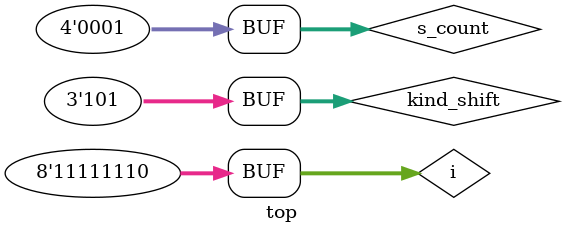
<source format=v>
module top;
reg	[7:0]	i;
reg [2:0] kind_shift;
reg [3:0] s_count;
wire [7:0]	o;

fb dut(i, o, kind_shift, s_count);

//------여기서 부터 아래 선까지는 waveform을 보기위한 파일을 만드는 코드이다.---- 
initial begin
      $dumpfile("test_out.vcd");
      $dumpvars(-1,dut);  // tb는 위에 nand4_if tb(a,y)의 tb를 말한다. 
      $monitor("%b",o);
end
//------------------------------------------------------------------------------

initial begin
	i = 8'b00000010;
    kind_shift = 3'b000;
    s_count = 4'b0001;
	#100;
	i = 8'b00000010;
    kind_shift = 3'b001;
    s_count = 4'b0001;
	#100;

	i = 8'b00000010;
    kind_shift = 3'b010;
    s_count = 4'b0001;
	#100;
	i = 8'b00000010;
    kind_shift = 3'b011;
    s_count = 4'b0001;
	#100;
	i = 8'b00000010;
    kind_shift = 3'b100;
    s_count = 4'b0001;
	#100;
	i = 8'b00000010;
    kind_shift = 3'b101;
    s_count = 4'b0001;
	#100;

    
    i = 8'b11111110;
    kind_shift = 3'b000;
    s_count = 1'b1;
	#100;
	i = 8'b11111110;
    kind_shift = 3'b001;
    s_count = 1'b1;
	#100;
	i = 8'b11111110;
    kind_shift = 3'b010;
    s_count = 1'b1;
	#100;
	i = 8'b11111110;
    kind_shift = 3'b011;
    s_count = 1'b1;
	#100;
	i = 8'b11111110;
    kind_shift = 3'b100;
    s_count = 1'b1;
	#100;
	i = 8'b11111110;
    kind_shift = 3'b101;
    s_count = 1'b1;
	#100;
    
end
endmodule
</source>
